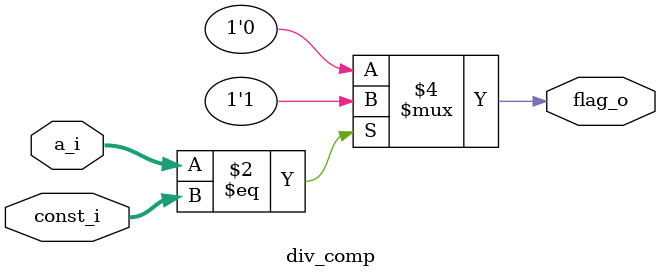
<source format=sv>
module div_comp (
  input  logic [31:0] a_i,
  input  logic [31:0] const_i,
  output logic        flag_o
);
  
  always_comb begin
    if (a_i == const_i)
      flag_o = 1;
    else
      flag_o = 0;
  end

endmodule
</source>
